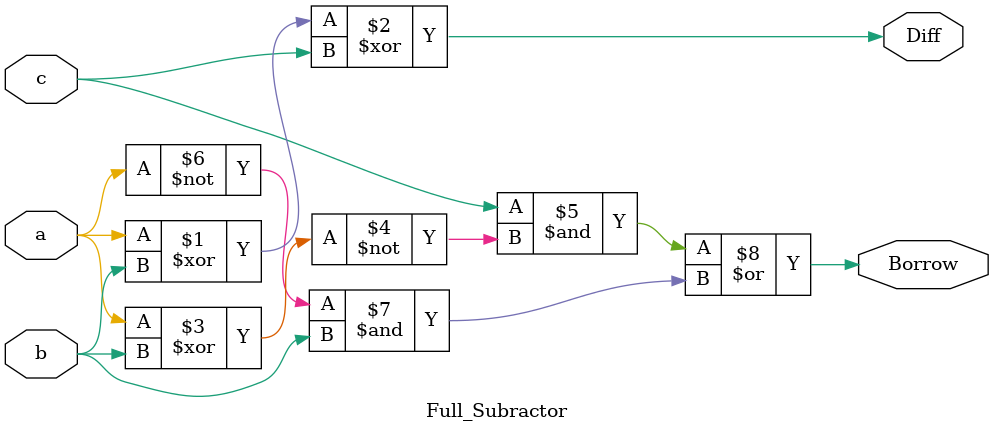
<source format=v>
`timescale 1ns / 1ps


module Full_Subractor(
  input a,b,c,
  output Diff,Borrow
  );
  assign Diff = a^b^c;
  assign Borrow = (c & ~(a^b)) | (~a & b);

endmodule

</source>
